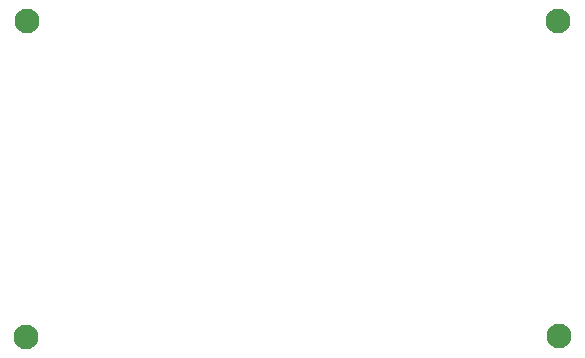
<source format=gbr>
%TF.GenerationSoftware,KiCad,Pcbnew,7.0.5*%
%TF.CreationDate,2024-03-10T11:39:18+05:30*%
%TF.ProjectId,mcu datalogger,6d637520-6461-4746-916c-6f676765722e,1*%
%TF.SameCoordinates,Original*%
%TF.FileFunction,NonPlated,1,4,NPTH,Drill*%
%TF.FilePolarity,Positive*%
%FSLAX46Y46*%
G04 Gerber Fmt 4.6, Leading zero omitted, Abs format (unit mm)*
G04 Created by KiCad (PCBNEW 7.0.5) date 2024-03-10 11:39:18*
%MOMM*%
%LPD*%
G01*
G04 APERTURE LIST*
%TA.AperFunction,ComponentDrill*%
%ADD10C,2.100000*%
%TD*%
G04 APERTURE END LIST*
D10*
%TO.C,H2*%
X71833300Y-113776800D03*
%TO.C,H1*%
X71858700Y-87005200D03*
%TO.C,H3*%
X116816700Y-87030600D03*
%TO.C,H4*%
X116943700Y-113675200D03*
M02*

</source>
